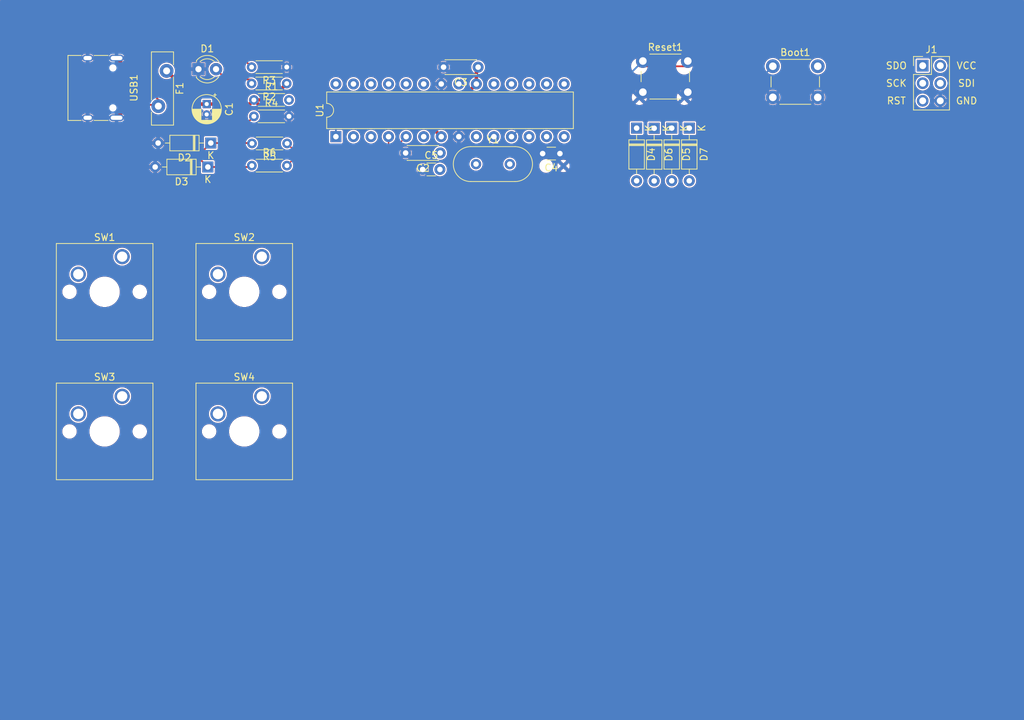
<source format=kicad_pcb>
(kicad_pcb (version 20171130) (host pcbnew "(5.1.6-0-10_14)")
  (layers (0 F.Cu signal) (31 B.Cu signal) (34 B.Paste user) (35 F.Paste user) (36 B.SilkS user) (37 F.SilkS user) (38 B.Mask user) (39 F.Mask user) (44 Edge.Cuts user))
  (net 0 "")
  (net 1 Boot)
  (net 2 GND)
  (net 3 +5V)
  (net 4 "Net-(C4-Pad2)")
  (net 5 "Net-(C5-Pad2)")
  (net 6 "Net-(D1-Pad2)")
  (net 7 "Net-(D2-Pad1)")
  (net 8 "Net-(D3-Pad1)")
  (net 9 "Net-(D4-Pad2)")
  (net 10 Row0)
  (net 11 "Net-(D5-Pad2)")
  (net 12 Row1)
  (net 13 "Net-(D6-Pad2)")
  (net 14 "Net-(D7-Pad2)")
  (net 15 "Net-(F1-Pad2)")
  (net 16 Reset)
  (net 17 "Net-(R3-Pad2)")
  (net 18 D+)
  (net 19 D-)
  (net 20 Col0)
  (net 21 Col1)
  (net 22 "Net-(U1-Pad28)")
  (net 23 "Net-(U1-Pad14)")
  (net 24 "Net-(U1-Pad27)")
  (net 25 "Net-(U1-Pad13)")
  (net 26 "Net-(U1-Pad12)")
  (net 27 "Net-(U1-Pad21)")
  (net 28 "Net-(U1-Pad6)")
  (net 29 "Net-(U1-Pad3)")
  (net 30 "Net-(U1-Pad16)")
  (net 31 "Net-(U1-Pad2)")
  (net 32 "Net-(U1-Pad15)")
  (net 33 SDI)
  (net 34 SCK)
  (net 35 SDO)
  (net 36 "Net-(R4-Pad1)")
  (net 37 "Net-(USB1-PadB8)")
  (net 38 "Net-(USB1-PadA8)")
  (module Package_DIP:DIP-28_W7.62mm (layer F.Cu) (at 70.5663 95.4218 90)
    (fp_text reference U1 (at 3.81 -2.33 90) (layer F.SilkS))
    (fp_text value ATmega328P-PU)
    (fp_line (start 2.81 -1.33) (end 1.16 -1.33) (layer F.SilkS) (width 0.12))
    (fp_line (start 1.16 -1.33) (end 1.16 34.35) (layer F.SilkS) (width 0.12))
    (fp_line (start 1.16 34.35) (end 6.46 34.35) (layer F.SilkS) (width 0.12))
    (fp_line (start 6.46 34.35) (end 6.46 -1.33) (layer F.SilkS) (width 0.12))
    (fp_line (start 6.46 -1.33) (end 4.81 -1.33) (layer F.SilkS) (width 0.12))
    (fp_arc (start 3.81 -1.33) (end 2.81 -1.33) (angle -180) (layer F.SilkS) (width 0.12))
    (pad 28 thru_hole oval (at 7.62 0 90) (size 1.6 1.6) (drill 0.8) (layers *.Cu *.Mask) (net 22 "Net-(U1-Pad28)"))
    (pad 14 thru_hole oval (at 0 33.02 90) (size 1.6 1.6) (drill 0.8) (layers *.Cu *.Mask) (net 23 "Net-(U1-Pad14)"))
    (pad 27 thru_hole oval (at 7.62 2.54 90) (size 1.6 1.6) (drill 0.8) (layers *.Cu *.Mask) (net 24 "Net-(U1-Pad27)"))
    (pad 13 thru_hole oval (at 0 30.48 90) (size 1.6 1.6) (drill 0.8) (layers *.Cu *.Mask) (net 25 "Net-(U1-Pad13)"))
    (pad 26 thru_hole oval (at 7.62 5.08 90) (size 1.6 1.6) (drill 0.8) (layers *.Cu *.Mask) (net 21 Col1))
    (pad 12 thru_hole oval (at 0 27.94 90) (size 1.6 1.6) (drill 0.8) (layers *.Cu *.Mask) (net 26 "Net-(U1-Pad12)"))
    (pad 25 thru_hole oval (at 7.62 7.62 90) (size 1.6 1.6) (drill 0.8) (layers *.Cu *.Mask) (net 20 Col0))
    (pad 11 thru_hole oval (at 0 25.4 90) (size 1.6 1.6) (drill 0.8) (layers *.Cu *.Mask) (net 1 Boot))
    (pad 24 thru_hole oval (at 7.62 10.16 90) (size 1.6 1.6) (drill 0.8) (layers *.Cu *.Mask) (net 12 Row1))
    (pad 10 thru_hole oval (at 0 22.86 90) (size 1.6 1.6) (drill 0.8) (layers *.Cu *.Mask) (net 4 "Net-(C4-Pad2)"))
    (pad 23 thru_hole oval (at 7.62 12.7 90) (size 1.6 1.6) (drill 0.8) (layers *.Cu *.Mask) (net 10 Row0))
    (pad 9 thru_hole oval (at 0 20.32 90) (size 1.6 1.6) (drill 0.8) (layers *.Cu *.Mask) (net 5 "Net-(C5-Pad2)"))
    (pad 22 thru_hole oval (at 7.62 15.24 90) (size 1.6 1.6) (drill 0.8) (layers *.Cu *.Mask) (net 2 GND))
    (pad 8 thru_hole oval (at 0 17.78 90) (size 1.6 1.6) (drill 0.8) (layers *.Cu *.Mask) (net 2 GND))
    (pad 21 thru_hole oval (at 7.62 17.78 90) (size 1.6 1.6) (drill 0.8) (layers *.Cu *.Mask) (net 27 "Net-(U1-Pad21)"))
    (pad 7 thru_hole oval (at 0 15.24 90) (size 1.6 1.6) (drill 0.8) (layers *.Cu *.Mask) (net 3 +5V))
    (pad 20 thru_hole oval (at 7.62 20.32 90) (size 1.6 1.6) (drill 0.8) (layers *.Cu *.Mask) (net 3 +5V))
    (pad 6 thru_hole oval (at 0 12.7 90) (size 1.6 1.6) (drill 0.8) (layers *.Cu *.Mask) (net 28 "Net-(U1-Pad6)"))
    (pad 19 thru_hole oval (at 7.62 22.86 90) (size 1.6 1.6) (drill 0.8) (layers *.Cu *.Mask) (net 34 SCK))
    (pad 5 thru_hole oval (at 0 10.16 90) (size 1.6 1.6) (drill 0.8) (layers *.Cu *.Mask) (net 19 D-))
    (pad 18 thru_hole oval (at 7.62 25.4 90) (size 1.6 1.6) (drill 0.8) (layers *.Cu *.Mask) (net 35 SDO))
    (pad 4 thru_hole oval (at 0 7.62 90) (size 1.6 1.6) (drill 0.8) (layers *.Cu *.Mask) (net 18 D+))
    (pad 17 thru_hole oval (at 7.62 27.94 90) (size 1.6 1.6) (drill 0.8) (layers *.Cu *.Mask) (net 33 SDI))
    (pad 3 thru_hole oval (at 0 5.08 90) (size 1.6 1.6) (drill 0.8) (layers *.Cu *.Mask) (net 29 "Net-(U1-Pad3)"))
    (pad 16 thru_hole oval (at 7.62 30.48 90) (size 1.6 1.6) (drill 0.8) (layers *.Cu *.Mask) (net 30 "Net-(U1-Pad16)"))
    (pad 2 thru_hole oval (at 0 2.54 90) (size 1.6 1.6) (drill 0.8) (layers *.Cu *.Mask) (net 31 "Net-(U1-Pad2)"))
    (pad 15 thru_hole oval (at 7.62 33.02 90) (size 1.6 1.6) (drill 0.8) (layers *.Cu *.Mask) (net 32 "Net-(U1-Pad15)"))
    (pad 1 thru_hole rect (at 0 0 90) (size 1.6 1.6) (drill 0.8) (layers *.Cu *.Mask) (net 16 Reset))
  )
  (module Fuse:Fuse_Bourns_MF-RG500 (layer F.Cu) (at 46.07814 85.90696 270)
    (fp_text reference F1 (at 2.55 -1.9 90) (layer F.SilkS))
    (fp_text value 100mA)
    (fp_line (start 7.85 -1) (end 7.85 2.2) (layer F.SilkS) (width 0.12))
    (fp_line (start -2.751 -1) (end -2.751 2.2) (layer F.SilkS) (width 0.12))
    (fp_line (start 5.979 2.2) (end 7.85 2.2) (layer F.SilkS) (width 0.12))
    (fp_line (start -2.751 2.2) (end 4.222 2.2) (layer F.SilkS) (width 0.12))
    (fp_line (start 0.879 -1) (end 7.85 -1) (layer F.SilkS) (width 0.12))
    (fp_line (start -2.751 -1) (end -0.879 -1) (layer F.SilkS) (width 0.12))
    (pad 2 thru_hole circle (at 5.1 1.2 270) (size 2.01 2.01) (drill 1.01) (layers *.Cu *.Mask) (net 15 "Net-(F1-Pad2)"))
    (pad 1 thru_hole circle (at 0 0 270) (size 2.01 2.01) (drill 1.01) (layers *.Cu *.Mask) (net 3 +5V))
  )
  (module Resistor_THT:R_Axial_DIN0204_L3.6mm_D1.6mm_P5.08mm_Horizontal (layer F.Cu) (at 58.70339 90.111985)
    (fp_text reference R1 (at 2.54 -1.92) (layer F.SilkS))
    (fp_text value 10k)
    (fp_line (start 0.62 -0.92) (end 4.46 -0.92) (layer F.SilkS) (width 0.12))
    (fp_line (start 0.62 0.92) (end 4.46 0.92) (layer F.SilkS) (width 0.12))
    (pad 2 thru_hole oval (at 5.08 0) (size 1.4 1.4) (drill 0.7) (layers *.Cu *.Mask) (net 16 Reset))
    (pad 1 thru_hole circle (at 0 0) (size 1.4 1.4) (drill 0.7) (layers *.Cu *.Mask) (net 3 +5V))
  )
  (module Charming:USB_C_Receptacle_HRO_TYPE-C-31-M-12 (layer F.Cu) (at 35.706 88.3722 270)
    (fp_text reference USB1 (at 0 -5.645 90) (layer F.SilkS))
    (fp_text value TYPE-C)
    (fp_line (start -4.7 2) (end -4.7 3.9) (layer F.SilkS) (width 0.12))
    (fp_line (start -4.7 -1.9) (end -4.7 0.1) (layer F.SilkS) (width 0.12))
    (fp_line (start 4.7 2) (end 4.7 3.9) (layer F.SilkS) (width 0.12))
    (fp_line (start 4.7 -1.9) (end 4.7 0.1) (layer F.SilkS) (width 0.12))
    (fp_line (start -4.7 3.9) (end 4.7 3.9) (layer F.SilkS) (width 0.12))
    (pad B1 smd rect (at 3.25 -4.045 270) (size 0.6 1.45) (layers F.Cu F.Paste F.Mask) (net 2 GND))
    (pad A1 smd rect (at -3.25 -4.045 270) (size 0.6 1.45) (layers F.Cu F.Paste F.Mask) (net 2 GND))
    (pad A4 smd rect (at -2.45 -4.045 270) (size 0.6 1.45) (layers F.Cu F.Paste F.Mask) (net 15 "Net-(F1-Pad2)"))
    (pad B4 smd rect (at 2.45 -4.045 270) (size 0.6 1.45) (layers F.Cu F.Paste F.Mask) (net 15 "Net-(F1-Pad2)"))
    (pad B8 smd rect (at -1.75 -4.045 270) (size 0.3 1.45) (layers F.Cu F.Paste F.Mask) (net 37 "Net-(USB1-PadB8)"))
    (pad A5 smd rect (at -1.25 -4.045 270) (size 0.3 1.45) (layers F.Cu F.Paste F.Mask) (net 17 "Net-(R3-Pad2)"))
    (pad B7 smd rect (at -0.75 -4.045 270) (size 0.3 1.45) (layers F.Cu F.Paste F.Mask) (net 8 "Net-(D3-Pad1)"))
    (pad A7 smd rect (at 0.25 -4.045 270) (size 0.3 1.45) (layers F.Cu F.Paste F.Mask) (net 8 "Net-(D3-Pad1)"))
    (pad B6 smd rect (at 0.75 -4.045 270) (size 0.3 1.45) (layers F.Cu F.Paste F.Mask) (net 7 "Net-(D2-Pad1)"))
    (pad A8 smd rect (at 1.25 -4.045 270) (size 0.3 1.45) (layers F.Cu F.Paste F.Mask) (net 38 "Net-(USB1-PadA8)"))
    (pad B5 smd rect (at 1.75 -4.045 270) (size 0.3 1.45) (layers F.Cu F.Paste F.Mask) (net 36 "Net-(R4-Pad1)"))
    (pad A6 smd rect (at -0.25 -4.045 270) (size 0.3 1.45) (layers F.Cu F.Paste F.Mask) (net 7 "Net-(D2-Pad1)"))
    (pad S1 thru_hole oval (at 4.32 -3.13 270) (size 1 2.1) (drill oval 0.6 1.7) (layers *.Cu *.Mask) (net 2 GND))
    (pad S1 thru_hole oval (at -4.32 -3.13 270) (size 1 2.1) (drill oval 0.6 1.7) (layers *.Cu *.Mask) (net 2 GND))
    (pad "" np_thru_hole circle (at -2.89 -2.6 270) (size 0.65 0.65) (drill 0.65) (layers *.Cu *.Mask))
    (pad S1 thru_hole oval (at -4.32 1.05 270) (size 1 1.6) (drill oval 0.6 1.2) (layers *.Cu *.Mask) (net 2 GND))
    (pad "" np_thru_hole circle (at 2.89 -2.6 270) (size 0.65 0.65) (drill 0.65) (layers *.Cu *.Mask))
    (pad S1 thru_hole oval (at 4.32 1.05 270) (size 1 1.6) (drill oval 0.6 1.2) (layers *.Cu *.Mask) (net 2 GND))
  )
  (module Charming:AVRISP (layer F.Cu) (at 155.453 85.1551)
    (fp_text reference J1 (at 1.27 -2.33) (layer F.SilkS))
    (fp_text value "AVR ISP")
    (fp_line (start -1.33 6.41) (end 3.87 6.41) (layer F.SilkS) (width 0.12))
    (fp_line (start -1.33 1.27) (end -1.33 6.41) (layer F.SilkS) (width 0.12))
    (fp_line (start 3.87 -1.33) (end 3.87 6.41) (layer F.SilkS) (width 0.12))
    (fp_line (start -1.33 1.27) (end 1.27 1.27) (layer F.SilkS) (width 0.12))
    (fp_line (start 1.27 1.27) (end 1.27 -1.33) (layer F.SilkS) (width 0.12))
    (fp_line (start 1.27 -1.33) (end 3.87 -1.33) (layer F.SilkS) (width 0.12))
    (fp_line (start -1.33 0) (end -1.33 -1.33) (layer F.SilkS) (width 0.12))
    (fp_line (start -1.33 -1.33) (end 0 -1.33) (layer F.SilkS) (width 0.12))
    (fp_text user GND (at 6.35 5.08) (layer F.SilkS))
    (fp_text user SDI (at 6.35 2.54) (layer F.SilkS))
    (fp_text user VCC (at 6.35 0) (layer F.SilkS))
    (fp_text user RST (at -3.81 5.08) (layer F.SilkS))
    (fp_text user SCK (at -3.81 2.54) (layer F.SilkS))
    (fp_text user SDO (at -3.81 0) (layer F.SilkS))
    (pad 6 thru_hole oval (at 2.54 5.08) (size 1.7 1.7) (drill 1) (layers *.Cu *.Mask) (net 2 GND))
    (pad 5 thru_hole oval (at 0 5.08) (size 1.7 1.7) (drill 1) (layers *.Cu *.Mask) (net 16 Reset))
    (pad 4 thru_hole oval (at 2.54 2.54) (size 1.7 1.7) (drill 1) (layers *.Cu *.Mask) (net 33 SDI))
    (pad 3 thru_hole oval (at 0 2.54) (size 1.7 1.7) (drill 1) (layers *.Cu *.Mask) (net 34 SCK))
    (pad 2 thru_hole oval (at 2.54 0) (size 1.7 1.7) (drill 1) (layers *.Cu *.Mask) (net 3 +5V))
    (pad 1 thru_hole rect (at 0 0) (size 1.7 1.7) (drill 1) (layers *.Cu *.Mask) (net 35 SDO))
  )
  (module Resistor_THT:R_Axial_DIN0204_L3.6mm_D1.6mm_P5.08mm_Horizontal (layer F.Cu) (at 58.406515 99.611985)
    (fp_text reference R6 (at 2.54 -1.92) (layer F.SilkS))
    (fp_text value 75)
    (fp_line (start 0.62 -0.92) (end 4.46 -0.92) (layer F.SilkS) (width 0.12))
    (fp_line (start 0.62 0.92) (end 4.46 0.92) (layer F.SilkS) (width 0.12))
    (pad 2 thru_hole oval (at 5.08 0) (size 1.4 1.4) (drill 0.7) (layers *.Cu *.Mask) (net 19 D-))
    (pad 1 thru_hole circle (at 0 0) (size 1.4 1.4) (drill 0.7) (layers *.Cu *.Mask) (net 8 "Net-(D3-Pad1)"))
  )
  (module Diode_THT:D_DO-35_SOD27_P7.62mm_Horizontal (layer F.Cu) (at 121.689 94.1883 270)
    (fp_text reference D7 (at 3.81 -2.12 90) (layer F.SilkS))
    (fp_text value D)
    (fp_line (start 1.69 -1.12) (end 1.69 1.12) (layer F.SilkS) (width 0.12))
    (fp_line (start 1.69 1.12) (end 5.93 1.12) (layer F.SilkS) (width 0.12))
    (fp_line (start 5.93 1.12) (end 5.93 -1.12) (layer F.SilkS) (width 0.12))
    (fp_line (start 5.93 -1.12) (end 1.69 -1.12) (layer F.SilkS) (width 0.12))
    (fp_line (start 1.04 0) (end 1.69 0) (layer F.SilkS) (width 0.12))
    (fp_line (start 6.58 0) (end 5.93 0) (layer F.SilkS) (width 0.12))
    (fp_line (start 2.41 -1.12) (end 2.41 1.12) (layer F.SilkS) (width 0.12))
    (fp_line (start 2.53 -1.12) (end 2.53 1.12) (layer F.SilkS) (width 0.12))
    (fp_line (start 2.29 -1.12) (end 2.29 1.12) (layer F.SilkS) (width 0.12))
    (fp_text user K (at 0 -1.8 90) (layer F.SilkS))
    (pad 2 thru_hole oval (at 7.62 0 270) (size 1.6 1.6) (drill 0.8) (layers *.Cu *.Mask) (net 14 "Net-(D7-Pad2)"))
    (pad 1 thru_hole rect (at 0 0 270) (size 1.6 1.6) (drill 0.8) (layers *.Cu *.Mask) (net 12 Row1))
  )
  (module Button_Switch_Keyboard:SW_Cherry_MX_1.00u_PCB (layer F.Cu) (at 39.6505 112.786)
    (fp_text reference SW1 (at -2.54 -2.794) (layer F.SilkS))
    (fp_text value SW_Push)
    (fp_line (start -9.525 -1.905) (end 4.445 -1.905) (layer F.SilkS) (width 0.12))
    (fp_line (start 4.445 -1.905) (end 4.445 12.065) (layer F.SilkS) (width 0.12))
    (fp_line (start 4.445 12.065) (end -9.525 12.065) (layer F.SilkS) (width 0.12))
    (fp_line (start -9.525 12.065) (end -9.525 -1.905) (layer F.SilkS) (width 0.12))
    (pad "" np_thru_hole circle (at 2.54 5.08) (size 1.7 1.7) (drill 1.7) (layers *.Cu *.Mask))
    (pad "" np_thru_hole circle (at -7.62 5.08) (size 1.7 1.7) (drill 1.7) (layers *.Cu *.Mask))
    (pad "" np_thru_hole circle (at -2.54 5.08) (size 4 4) (drill 4) (layers *.Cu *.Mask))
    (pad 2 thru_hole circle (at -6.35 2.54) (size 2.2 2.2) (drill 1.5) (layers *.Cu *.Mask) (net 9 "Net-(D4-Pad2)"))
    (pad 1 thru_hole circle (at 0 0) (size 2.2 2.2) (drill 1.5) (layers *.Cu *.Mask) (net 20 Col0))
  )
  (module Button_Switch_Keyboard:SW_Cherry_MX_1.00u_PCB (layer F.Cu) (at 59.8505 112.786)
    (fp_text reference SW2 (at -2.54 -2.794) (layer F.SilkS))
    (fp_text value SW_Push)
    (fp_line (start -9.525 -1.905) (end 4.445 -1.905) (layer F.SilkS) (width 0.12))
    (fp_line (start 4.445 -1.905) (end 4.445 12.065) (layer F.SilkS) (width 0.12))
    (fp_line (start 4.445 12.065) (end -9.525 12.065) (layer F.SilkS) (width 0.12))
    (fp_line (start -9.525 12.065) (end -9.525 -1.905) (layer F.SilkS) (width 0.12))
    (pad "" np_thru_hole circle (at 2.54 5.08) (size 1.7 1.7) (drill 1.7) (layers *.Cu *.Mask))
    (pad "" np_thru_hole circle (at -7.62 5.08) (size 1.7 1.7) (drill 1.7) (layers *.Cu *.Mask))
    (pad "" np_thru_hole circle (at -2.54 5.08) (size 4 4) (drill 4) (layers *.Cu *.Mask))
    (pad 2 thru_hole circle (at -6.35 2.54) (size 2.2 2.2) (drill 1.5) (layers *.Cu *.Mask) (net 11 "Net-(D5-Pad2)"))
    (pad 1 thru_hole circle (at 0 0) (size 2.2 2.2) (drill 1.5) (layers *.Cu *.Mask) (net 20 Col0))
  )
  (module Button_Switch_Keyboard:SW_Cherry_MX_1.00u_PCB (layer F.Cu) (at 39.6505 132.986)
    (fp_text reference SW3 (at -2.54 -2.794) (layer F.SilkS))
    (fp_text value SW_Push)
    (fp_line (start -9.525 -1.905) (end 4.445 -1.905) (layer F.SilkS) (width 0.12))
    (fp_line (start 4.445 -1.905) (end 4.445 12.065) (layer F.SilkS) (width 0.12))
    (fp_line (start 4.445 12.065) (end -9.525 12.065) (layer F.SilkS) (width 0.12))
    (fp_line (start -9.525 12.065) (end -9.525 -1.905) (layer F.SilkS) (width 0.12))
    (pad "" np_thru_hole circle (at 2.54 5.08) (size 1.7 1.7) (drill 1.7) (layers *.Cu *.Mask))
    (pad "" np_thru_hole circle (at -7.62 5.08) (size 1.7 1.7) (drill 1.7) (layers *.Cu *.Mask))
    (pad "" np_thru_hole circle (at -2.54 5.08) (size 4 4) (drill 4) (layers *.Cu *.Mask))
    (pad 2 thru_hole circle (at -6.35 2.54) (size 2.2 2.2) (drill 1.5) (layers *.Cu *.Mask) (net 13 "Net-(D6-Pad2)"))
    (pad 1 thru_hole circle (at 0 0) (size 2.2 2.2) (drill 1.5) (layers *.Cu *.Mask) (net 21 Col1))
  )
  (module Button_Switch_Keyboard:SW_Cherry_MX_1.00u_PCB (layer F.Cu) (at 59.8505 132.986)
    (fp_text reference SW4 (at -2.54 -2.794) (layer F.SilkS))
    (fp_text value SW_Push)
    (fp_line (start -9.525 -1.905) (end 4.445 -1.905) (layer F.SilkS) (width 0.12))
    (fp_line (start 4.445 -1.905) (end 4.445 12.065) (layer F.SilkS) (width 0.12))
    (fp_line (start 4.445 12.065) (end -9.525 12.065) (layer F.SilkS) (width 0.12))
    (fp_line (start -9.525 12.065) (end -9.525 -1.905) (layer F.SilkS) (width 0.12))
    (pad "" np_thru_hole circle (at 2.54 5.08) (size 1.7 1.7) (drill 1.7) (layers *.Cu *.Mask))
    (pad "" np_thru_hole circle (at -7.62 5.08) (size 1.7 1.7) (drill 1.7) (layers *.Cu *.Mask))
    (pad "" np_thru_hole circle (at -2.54 5.08) (size 4 4) (drill 4) (layers *.Cu *.Mask))
    (pad 2 thru_hole circle (at -6.35 2.54) (size 2.2 2.2) (drill 1.5) (layers *.Cu *.Mask) (net 14 "Net-(D7-Pad2)"))
    (pad 1 thru_hole circle (at 0 0) (size 2.2 2.2) (drill 1.5) (layers *.Cu *.Mask) (net 21 Col1))
  )
  (module Diode_THT:D_DO-35_SOD27_P7.62mm_Horizontal (layer F.Cu) (at 114.069 94.1883 270)
    (fp_text reference D4 (at 3.81 -2.12 90) (layer F.SilkS))
    (fp_text value D)
    (fp_line (start 1.69 -1.12) (end 1.69 1.12) (layer F.SilkS) (width 0.12))
    (fp_line (start 1.69 1.12) (end 5.93 1.12) (layer F.SilkS) (width 0.12))
    (fp_line (start 5.93 1.12) (end 5.93 -1.12) (layer F.SilkS) (width 0.12))
    (fp_line (start 5.93 -1.12) (end 1.69 -1.12) (layer F.SilkS) (width 0.12))
    (fp_line (start 1.04 0) (end 1.69 0) (layer F.SilkS) (width 0.12))
    (fp_line (start 6.58 0) (end 5.93 0) (layer F.SilkS) (width 0.12))
    (fp_line (start 2.41 -1.12) (end 2.41 1.12) (layer F.SilkS) (width 0.12))
    (fp_line (start 2.53 -1.12) (end 2.53 1.12) (layer F.SilkS) (width 0.12))
    (fp_line (start 2.29 -1.12) (end 2.29 1.12) (layer F.SilkS) (width 0.12))
    (fp_text user K (at 0 -1.8 90) (layer F.SilkS))
    (pad 2 thru_hole oval (at 7.62 0 270) (size 1.6 1.6) (drill 0.8) (layers *.Cu *.Mask) (net 9 "Net-(D4-Pad2)"))
    (pad 1 thru_hole rect (at 0 0 270) (size 1.6 1.6) (drill 0.8) (layers *.Cu *.Mask) (net 10 Row0))
  )
  (module Diode_THT:D_DO-35_SOD27_P7.62mm_Horizontal (layer F.Cu) (at 116.609 94.2083 270)
    (fp_text reference D6 (at 3.81 -2.12 90) (layer F.SilkS))
    (fp_text value D)
    (fp_line (start 1.69 -1.12) (end 1.69 1.12) (layer F.SilkS) (width 0.12))
    (fp_line (start 1.69 1.12) (end 5.93 1.12) (layer F.SilkS) (width 0.12))
    (fp_line (start 5.93 1.12) (end 5.93 -1.12) (layer F.SilkS) (width 0.12))
    (fp_line (start 5.93 -1.12) (end 1.69 -1.12) (layer F.SilkS) (width 0.12))
    (fp_line (start 1.04 0) (end 1.69 0) (layer F.SilkS) (width 0.12))
    (fp_line (start 6.58 0) (end 5.93 0) (layer F.SilkS) (width 0.12))
    (fp_line (start 2.41 -1.12) (end 2.41 1.12) (layer F.SilkS) (width 0.12))
    (fp_line (start 2.53 -1.12) (end 2.53 1.12) (layer F.SilkS) (width 0.12))
    (fp_line (start 2.29 -1.12) (end 2.29 1.12) (layer F.SilkS) (width 0.12))
    (fp_text user K (at 0 -1.8 90) (layer F.SilkS))
    (pad 2 thru_hole oval (at 7.62 0 270) (size 1.6 1.6) (drill 0.8) (layers *.Cu *.Mask) (net 13 "Net-(D6-Pad2)"))
    (pad 1 thru_hole rect (at 0 0 270) (size 1.6 1.6) (drill 0.8) (layers *.Cu *.Mask) (net 10 Row0))
  )
  (module Diode_THT:D_DO-35_SOD27_P7.62mm_Horizontal (layer F.Cu) (at 119.149 94.1883 270)
    (fp_text reference D5 (at 3.81 -2.12 90) (layer F.SilkS))
    (fp_text value D)
    (fp_line (start 1.69 -1.12) (end 1.69 1.12) (layer F.SilkS) (width 0.12))
    (fp_line (start 1.69 1.12) (end 5.93 1.12) (layer F.SilkS) (width 0.12))
    (fp_line (start 5.93 1.12) (end 5.93 -1.12) (layer F.SilkS) (width 0.12))
    (fp_line (start 5.93 -1.12) (end 1.69 -1.12) (layer F.SilkS) (width 0.12))
    (fp_line (start 1.04 0) (end 1.69 0) (layer F.SilkS) (width 0.12))
    (fp_line (start 6.58 0) (end 5.93 0) (layer F.SilkS) (width 0.12))
    (fp_line (start 2.41 -1.12) (end 2.41 1.12) (layer F.SilkS) (width 0.12))
    (fp_line (start 2.53 -1.12) (end 2.53 1.12) (layer F.SilkS) (width 0.12))
    (fp_line (start 2.29 -1.12) (end 2.29 1.12) (layer F.SilkS) (width 0.12))
    (fp_text user K (at 0 -1.8 90) (layer F.SilkS))
    (pad 2 thru_hole oval (at 7.62 0 270) (size 1.6 1.6) (drill 0.8) (layers *.Cu *.Mask) (net 11 "Net-(D5-Pad2)"))
    (pad 1 thru_hole rect (at 0 0 270) (size 1.6 1.6) (drill 0.8) (layers *.Cu *.Mask) (net 12 Row1))
  )
  (module Crystal:Crystal_HC49-4H_Vertical (layer F.Cu) (at 90.8373 99.3928)
    (fp_text reference Y1 (at 2.44 -3.525) (layer F.SilkS))
    (fp_text value 16MHz)
    (fp_line (start -0.76 -2.525) (end 5.64 -2.525) (layer F.SilkS) (width 0.12))
    (fp_line (start -0.76 2.525) (end 5.64 2.525) (layer F.SilkS) (width 0.12))
    (fp_arc (start 5.64 0) (end 5.64 -2.525) (angle 180) (layer F.SilkS) (width 0.12))
    (fp_arc (start -0.76 0) (end -0.76 -2.525) (angle -180) (layer F.SilkS) (width 0.12))
    (pad 2 thru_hole circle (at 4.88 0) (size 1.5 1.5) (drill 0.8) (layers *.Cu *.Mask) (net 4 "Net-(C4-Pad2)"))
    (pad 1 thru_hole circle (at 0 0) (size 1.5 1.5) (drill 0.8) (layers *.Cu *.Mask) (net 5 "Net-(C5-Pad2)"))
  )
  (module Button_Switch_THT:SW_PUSH_6mm (layer F.Cu) (at 114.971 84.482)
    (fp_text reference Reset1 (at 3.25 -2) (layer F.SilkS))
    (fp_text value Reset)
    (fp_line (start 1 5.5) (end 5.5 5.5) (layer F.SilkS) (width 0.12))
    (fp_line (start -0.25 1.5) (end -0.25 3) (layer F.SilkS) (width 0.12))
    (fp_line (start 5.5 -1) (end 1 -1) (layer F.SilkS) (width 0.12))
    (fp_line (start 6.75 3) (end 6.75 1.5) (layer F.SilkS) (width 0.12))
    (pad 1 thru_hole circle (at 6.5 0 90) (size 2 2) (drill 1.1) (layers *.Cu *.Mask) (net 16 Reset))
    (pad 2 thru_hole circle (at 6.5 4.5 90) (size 2 2) (drill 1.1) (layers *.Cu *.Mask) (net 2 GND))
    (pad 1 thru_hole circle (at 0 0 90) (size 2 2) (drill 1.1) (layers *.Cu *.Mask) (net 16 Reset))
    (pad 2 thru_hole circle (at 0 4.5 90) (size 2 2) (drill 1.1) (layers *.Cu *.Mask) (net 2 GND))
  )
  (module Resistor_THT:R_Axial_DIN0204_L3.6mm_D1.6mm_P5.08mm_Horizontal (layer F.Cu) (at 63.508525 96.404375 180)
    (fp_text reference R5 (at 2.54 -1.92) (layer F.SilkS))
    (fp_text value 75)
    (fp_line (start 0.62 -0.92) (end 4.46 -0.92) (layer F.SilkS) (width 0.12))
    (fp_line (start 0.62 0.92) (end 4.46 0.92) (layer F.SilkS) (width 0.12))
    (pad 2 thru_hole oval (at 5.08 0 180) (size 1.4 1.4) (drill 0.7) (layers *.Cu *.Mask) (net 7 "Net-(D2-Pad1)"))
    (pad 1 thru_hole circle (at 0 0 180) (size 1.4 1.4) (drill 0.7) (layers *.Cu *.Mask) (net 18 D+))
  )
  (module Resistor_THT:R_Axial_DIN0204_L3.6mm_D1.6mm_P5.08mm_Horizontal (layer F.Cu) (at 58.70339 92.486985)
    (fp_text reference R4 (at 2.54 -1.92) (layer F.SilkS))
    (fp_text value 5.1K)
    (fp_line (start 0.62 -0.92) (end 4.46 -0.92) (layer F.SilkS) (width 0.12))
    (fp_line (start 0.62 0.92) (end 4.46 0.92) (layer F.SilkS) (width 0.12))
    (pad 2 thru_hole oval (at 5.08 0) (size 1.4 1.4) (drill 0.7) (layers *.Cu *.Mask) (net 2 GND))
    (pad 1 thru_hole circle (at 0 0) (size 1.4 1.4) (drill 0.7) (layers *.Cu *.Mask) (net 36 "Net-(R4-Pad1)"))
  )
  (module Resistor_THT:R_Axial_DIN0204_L3.6mm_D1.6mm_P5.08mm_Horizontal (layer F.Cu) (at 63.45339 85.361985 180)
    (fp_text reference R3 (at 2.54 -1.92) (layer F.SilkS))
    (fp_text value 5.1K)
    (fp_line (start 0.62 -0.92) (end 4.46 -0.92) (layer F.SilkS) (width 0.12))
    (fp_line (start 0.62 0.92) (end 4.46 0.92) (layer F.SilkS) (width 0.12))
    (pad 2 thru_hole oval (at 5.08 0 180) (size 1.4 1.4) (drill 0.7) (layers *.Cu *.Mask) (net 17 "Net-(R3-Pad2)"))
    (pad 1 thru_hole circle (at 0 0 180) (size 1.4 1.4) (drill 0.7) (layers *.Cu *.Mask) (net 2 GND))
  )
  (module Resistor_THT:R_Axial_DIN0204_L3.6mm_D1.6mm_P5.08mm_Horizontal (layer F.Cu) (at 63.45339 87.736985 180)
    (fp_text reference R2 (at 2.54 -1.92) (layer F.SilkS))
    (fp_text value 1.5K)
    (fp_line (start 0.62 -0.92) (end 4.46 -0.92) (layer F.SilkS) (width 0.12))
    (fp_line (start 0.62 0.92) (end 4.46 0.92) (layer F.SilkS) (width 0.12))
    (pad 2 thru_hole oval (at 5.08 0 180) (size 1.4 1.4) (drill 0.7) (layers *.Cu *.Mask) (net 6 "Net-(D1-Pad2)"))
    (pad 1 thru_hole circle (at 0 0 180) (size 1.4 1.4) (drill 0.7) (layers *.Cu *.Mask) (net 3 +5V))
  )
  (module Diode_THT:D_DO-35_SOD27_P7.62mm_Horizontal (layer F.Cu) (at 52.042265 99.811985 180)
    (fp_text reference D3 (at 3.81 -2.12) (layer F.SilkS))
    (fp_text value 3.6V)
    (fp_line (start 1.69 -1.12) (end 1.69 1.12) (layer F.SilkS) (width 0.12))
    (fp_line (start 1.69 1.12) (end 5.93 1.12) (layer F.SilkS) (width 0.12))
    (fp_line (start 5.93 1.12) (end 5.93 -1.12) (layer F.SilkS) (width 0.12))
    (fp_line (start 5.93 -1.12) (end 1.69 -1.12) (layer F.SilkS) (width 0.12))
    (fp_line (start 1.04 0) (end 1.69 0) (layer F.SilkS) (width 0.12))
    (fp_line (start 6.58 0) (end 5.93 0) (layer F.SilkS) (width 0.12))
    (fp_line (start 2.41 -1.12) (end 2.41 1.12) (layer F.SilkS) (width 0.12))
    (fp_line (start 2.53 -1.12) (end 2.53 1.12) (layer F.SilkS) (width 0.12))
    (fp_line (start 2.29 -1.12) (end 2.29 1.12) (layer F.SilkS) (width 0.12))
    (fp_text user K (at 0 -1.8) (layer F.SilkS))
    (pad 2 thru_hole oval (at 7.62 0 180) (size 1.6 1.6) (drill 0.8) (layers *.Cu *.Mask) (net 2 GND))
    (pad 1 thru_hole rect (at 0 0 180) (size 1.6 1.6) (drill 0.8) (layers *.Cu *.Mask) (net 8 "Net-(D3-Pad1)"))
  )
  (module Diode_THT:D_DO-35_SOD27_P7.62mm_Horizontal (layer F.Cu) (at 52.469015 96.34636 180)
    (fp_text reference D2 (at 3.81 -2.12) (layer F.SilkS))
    (fp_text value 3.6V)
    (fp_line (start 1.69 -1.12) (end 1.69 1.12) (layer F.SilkS) (width 0.12))
    (fp_line (start 1.69 1.12) (end 5.93 1.12) (layer F.SilkS) (width 0.12))
    (fp_line (start 5.93 1.12) (end 5.93 -1.12) (layer F.SilkS) (width 0.12))
    (fp_line (start 5.93 -1.12) (end 1.69 -1.12) (layer F.SilkS) (width 0.12))
    (fp_line (start 1.04 0) (end 1.69 0) (layer F.SilkS) (width 0.12))
    (fp_line (start 6.58 0) (end 5.93 0) (layer F.SilkS) (width 0.12))
    (fp_line (start 2.41 -1.12) (end 2.41 1.12) (layer F.SilkS) (width 0.12))
    (fp_line (start 2.53 -1.12) (end 2.53 1.12) (layer F.SilkS) (width 0.12))
    (fp_line (start 2.29 -1.12) (end 2.29 1.12) (layer F.SilkS) (width 0.12))
    (fp_text user K (at 0 -1.8) (layer F.SilkS))
    (pad 2 thru_hole oval (at 7.62 0 180) (size 1.6 1.6) (drill 0.8) (layers *.Cu *.Mask) (net 2 GND))
    (pad 1 thru_hole rect (at 0 0 180) (size 1.6 1.6) (drill 0.8) (layers *.Cu *.Mask) (net 7 "Net-(D2-Pad1)"))
  )
  (module LED_THT:LED_D3.0mm (layer F.Cu) (at 50.687765 85.65886)
    (fp_text reference D1 (at 1.27 -2.96) (layer F.SilkS))
    (fp_text value LED)
    (fp_line (start -0.29 -1.236) (end -0.29 -1.08) (layer F.SilkS) (width 0.12))
    (fp_line (start -0.29 1.08) (end -0.29 1.236) (layer F.SilkS) (width 0.12))
    (fp_arc (start 1.27 0) (end 0.229039 1.08) (angle -87.9) (layer F.SilkS) (width 0.12))
    (fp_arc (start 1.27 0) (end 0.229039 -1.08) (angle 87.9) (layer F.SilkS) (width 0.12))
    (fp_arc (start 1.27 0) (end -0.29 1.235516) (angle -108.8) (layer F.SilkS) (width 0.12))
    (fp_arc (start 1.27 0) (end -0.29 -1.235516) (angle 108.8) (layer F.SilkS) (width 0.12))
    (pad 2 thru_hole circle (at 2.54 0) (size 1.8 1.8) (drill 0.9) (layers *.Cu *.Mask) (net 6 "Net-(D1-Pad2)"))
    (pad 1 thru_hole rect (at 0 0) (size 1.8 1.8) (drill 0.9) (layers *.Cu *.Mask) (net 2 GND))
  )
  (module Capacitor_THT:C_Disc_D3.0mm_W1.6mm_P2.50mm (layer F.Cu) (at 83.1139 100.167)
    (fp_text reference C5 (at 1.25 -2.05) (layer F.SilkS))
    (fp_text value 22pf)
    (fp_line (start 0.621 -0.92) (end 1.879 -0.92) (layer F.SilkS) (width 0.12))
    (fp_line (start 0.621 0.92) (end 1.879 0.92) (layer F.SilkS) (width 0.12))
    (pad 2 thru_hole circle (at 2.5 0) (size 1.6 1.6) (drill 0.8) (layers *.Cu *.Mask) (net 5 "Net-(C5-Pad2)"))
    (pad 1 thru_hole circle (at 0 0) (size 1.6 1.6) (drill 0.8) (layers *.Cu *.Mask) (net 2 GND))
  )
  (module Capacitor_THT:C_Disc_D3.0mm_W1.6mm_P2.50mm (layer F.Cu) (at 102.97414 97.87036 180)
    (fp_text reference C4 (at 1.25 -2.05) (layer F.SilkS))
    (fp_text value 22pf)
    (fp_line (start 0.621 -0.92) (end 1.879 -0.92) (layer F.SilkS) (width 0.12))
    (fp_line (start 0.621 0.92) (end 1.879 0.92) (layer F.SilkS) (width 0.12))
    (pad 2 thru_hole circle (at 2.5 0 180) (size 1.6 1.6) (drill 0.8) (layers *.Cu *.Mask) (net 4 "Net-(C4-Pad2)"))
    (pad 1 thru_hole circle (at 0 0 180) (size 1.6 1.6) (drill 0.8) (layers *.Cu *.Mask) (net 2 GND))
  )
  (module Capacitor_THT:C_Disc_D4.3mm_W1.9mm_P5.00mm (layer F.Cu) (at 91.1403 85.3694 180)
    (fp_text reference C3 (at 2.5 -2.2) (layer F.SilkS))
    (fp_text value 0.1u)
    (fp_line (start 0.23 -1.07) (end 4.77 -1.07) (layer F.SilkS) (width 0.12))
    (fp_line (start 0.23 1.07) (end 4.77 1.07) (layer F.SilkS) (width 0.12))
    (fp_line (start 0.23 -1.07) (end 0.23 -1.055) (layer F.SilkS) (width 0.12))
    (fp_line (start 0.23 1.055) (end 0.23 1.07) (layer F.SilkS) (width 0.12))
    (fp_line (start 4.77 -1.07) (end 4.77 -1.055) (layer F.SilkS) (width 0.12))
    (fp_line (start 4.77 1.055) (end 4.77 1.07) (layer F.SilkS) (width 0.12))
    (pad 2 thru_hole circle (at 5 0 180) (size 1.6 1.6) (drill 0.8) (layers *.Cu *.Mask) (net 2 GND))
    (pad 1 thru_hole circle (at 0 0 180) (size 1.6 1.6) (drill 0.8) (layers *.Cu *.Mask) (net 3 +5V))
  )
  (module Capacitor_THT:C_Disc_D4.3mm_W1.9mm_P5.00mm (layer F.Cu) (at 85.6539 97.7824 180)
    (fp_text reference C2 (at 2.5 -2.2) (layer F.SilkS))
    (fp_text value 0.1u)
    (fp_line (start 0.23 -1.07) (end 4.77 -1.07) (layer F.SilkS) (width 0.12))
    (fp_line (start 0.23 1.07) (end 4.77 1.07) (layer F.SilkS) (width 0.12))
    (fp_line (start 0.23 -1.07) (end 0.23 -1.055) (layer F.SilkS) (width 0.12))
    (fp_line (start 0.23 1.055) (end 0.23 1.07) (layer F.SilkS) (width 0.12))
    (fp_line (start 4.77 -1.07) (end 4.77 -1.055) (layer F.SilkS) (width 0.12))
    (fp_line (start 4.77 1.055) (end 4.77 1.07) (layer F.SilkS) (width 0.12))
    (pad 2 thru_hole circle (at 5 0 180) (size 1.6 1.6) (drill 0.8) (layers *.Cu *.Mask) (net 2 GND))
    (pad 1 thru_hole circle (at 0 0 180) (size 1.6 1.6) (drill 0.8) (layers *.Cu *.Mask) (net 3 +5V))
  )
  (module Capacitor_THT:CP_Radial_D4.0mm_P1.50mm (layer F.Cu) (at 51.875265 90.705735 270)
    (fp_text reference C1 (at 0.75 -3.25 90) (layer F.SilkS))
    (fp_text value 4.7u)
    (fp_circle (center 0.75 0) (end 2.87 0) (layer F.SilkS) (width 0.12))
    (fp_line (start 0.75 0.84) (end 0.75 2.08) (layer F.SilkS) (width 0.12))
    (fp_line (start 0.75 -2.08) (end 0.75 -0.84) (layer F.SilkS) (width 0.12))
    (fp_line (start 0.79 0.84) (end 0.79 2.08) (layer F.SilkS) (width 0.12))
    (fp_line (start 0.79 -2.08) (end 0.79 -0.84) (layer F.SilkS) (width 0.12))
    (fp_line (start 0.83 0.84) (end 0.83 2.079) (layer F.SilkS) (width 0.12))
    (fp_line (start 0.83 -2.079) (end 0.83 -0.84) (layer F.SilkS) (width 0.12))
    (fp_line (start 0.87 -2.077) (end 0.87 -0.84) (layer F.SilkS) (width 0.12))
    (fp_line (start 0.87 0.84) (end 0.87 2.077) (layer F.SilkS) (width 0.12))
    (fp_line (start 0.91 -2.074) (end 0.91 -0.84) (layer F.SilkS) (width 0.12))
    (fp_line (start 0.91 0.84) (end 0.91 2.074) (layer F.SilkS) (width 0.12))
    (fp_line (start 0.95 -2.071) (end 0.95 -0.84) (layer F.SilkS) (width 0.12))
    (fp_line (start 0.95 0.84) (end 0.95 2.071) (layer F.SilkS) (width 0.12))
    (fp_line (start 0.99 -2.067) (end 0.99 -0.84) (layer F.SilkS) (width 0.12))
    (fp_line (start 0.99 0.84) (end 0.99 2.067) (layer F.SilkS) (width 0.12))
    (fp_line (start 1.03 -2.062) (end 1.03 -0.84) (layer F.SilkS) (width 0.12))
    (fp_line (start 1.03 0.84) (end 1.03 2.062) (layer F.SilkS) (width 0.12))
    (fp_line (start 1.07 -2.056) (end 1.07 -0.84) (layer F.SilkS) (width 0.12))
    (fp_line (start 1.07 0.84) (end 1.07 2.056) (layer F.SilkS) (width 0.12))
    (fp_line (start 1.11 -2.05) (end 1.11 -0.84) (layer F.SilkS) (width 0.12))
    (fp_line (start 1.11 0.84) (end 1.11 2.05) (layer F.SilkS) (width 0.12))
    (fp_line (start 1.15 -2.042) (end 1.15 -0.84) (layer F.SilkS) (width 0.12))
    (fp_line (start 1.15 0.84) (end 1.15 2.042) (layer F.SilkS) (width 0.12))
    (fp_line (start 1.19 -2.034) (end 1.19 -0.84) (layer F.SilkS) (width 0.12))
    (fp_line (start 1.19 0.84) (end 1.19 2.034) (layer F.SilkS) (width 0.12))
    (fp_line (start 1.23 -2.025) (end 1.23 -0.84) (layer F.SilkS) (width 0.12))
    (fp_line (start 1.23 0.84) (end 1.23 2.025) (layer F.SilkS) (width 0.12))
    (fp_line (start 1.27 -2.016) (end 1.27 -0.84) (layer F.SilkS) (width 0.12))
    (fp_line (start 1.27 0.84) (end 1.27 2.016) (layer F.SilkS) (width 0.12))
    (fp_line (start 1.31 -2.005) (end 1.31 -0.84) (layer F.SilkS) (width 0.12))
    (fp_line (start 1.31 0.84) (end 1.31 2.005) (layer F.SilkS) (width 0.12))
    (fp_line (start 1.35 -1.994) (end 1.35 -0.84) (layer F.SilkS) (width 0.12))
    (fp_line (start 1.35 0.84) (end 1.35 1.994) (layer F.SilkS) (width 0.12))
    (fp_line (start 1.39 -1.982) (end 1.39 -0.84) (layer F.SilkS) (width 0.12))
    (fp_line (start 1.39 0.84) (end 1.39 1.982) (layer F.SilkS) (width 0.12))
    (fp_line (start 1.43 -1.968) (end 1.43 -0.84) (layer F.SilkS) (width 0.12))
    (fp_line (start 1.43 0.84) (end 1.43 1.968) (layer F.SilkS) (width 0.12))
    (fp_line (start 1.471 -1.954) (end 1.471 -0.84) (layer F.SilkS) (width 0.12))
    (fp_line (start 1.471 0.84) (end 1.471 1.954) (layer F.SilkS) (width 0.12))
    (fp_line (start 1.511 -1.94) (end 1.511 -0.84) (layer F.SilkS) (width 0.12))
    (fp_line (start 1.511 0.84) (end 1.511 1.94) (layer F.SilkS) (width 0.12))
    (fp_line (start 1.551 -1.924) (end 1.551 -0.84) (layer F.SilkS) (width 0.12))
    (fp_line (start 1.551 0.84) (end 1.551 1.924) (layer F.SilkS) (width 0.12))
    (fp_line (start 1.591 -1.907) (end 1.591 -0.84) (layer F.SilkS) (width 0.12))
    (fp_line (start 1.591 0.84) (end 1.591 1.907) (layer F.SilkS) (width 0.12))
    (fp_line (start 1.631 -1.889) (end 1.631 -0.84) (layer F.SilkS) (width 0.12))
    (fp_line (start 1.631 0.84) (end 1.631 1.889) (layer F.SilkS) (width 0.12))
    (fp_line (start 1.671 -1.87) (end 1.671 -0.84) (layer F.SilkS) (width 0.12))
    (fp_line (start 1.671 0.84) (end 1.671 1.87) (layer F.SilkS) (width 0.12))
    (fp_line (start 1.711 -1.851) (end 1.711 -0.84) (layer F.SilkS) (width 0.12))
    (fp_line (start 1.711 0.84) (end 1.711 1.851) (layer F.SilkS) (width 0.12))
    (fp_line (start 1.751 -1.83) (end 1.751 -0.84) (layer F.SilkS) (width 0.12))
    (fp_line (start 1.751 0.84) (end 1.751 1.83) (layer F.SilkS) (width 0.12))
    (fp_line (start 1.791 -1.808) (end 1.791 -0.84) (layer F.SilkS) (width 0.12))
    (fp_line (start 1.791 0.84) (end 1.791 1.808) (layer F.SilkS) (width 0.12))
    (fp_line (start 1.831 -1.785) (end 1.831 -0.84) (layer F.SilkS) (width 0.12))
    (fp_line (start 1.831 0.84) (end 1.831 1.785) (layer F.SilkS) (width 0.12))
    (fp_line (start 1.871 -1.76) (end 1.871 -0.84) (layer F.SilkS) (width 0.12))
    (fp_line (start 1.871 0.84) (end 1.871 1.76) (layer F.SilkS) (width 0.12))
    (fp_line (start 1.911 -1.735) (end 1.911 -0.84) (layer F.SilkS) (width 0.12))
    (fp_line (start 1.911 0.84) (end 1.911 1.735) (layer F.SilkS) (width 0.12))
    (fp_line (start 1.951 -1.708) (end 1.951 -0.84) (layer F.SilkS) (width 0.12))
    (fp_line (start 1.951 0.84) (end 1.951 1.708) (layer F.SilkS) (width 0.12))
    (fp_line (start 1.991 -1.68) (end 1.991 -0.84) (layer F.SilkS) (width 0.12))
    (fp_line (start 1.991 0.84) (end 1.991 1.68) (layer F.SilkS) (width 0.12))
    (fp_line (start 2.031 -1.65) (end 2.031 -0.84) (layer F.SilkS) (width 0.12))
    (fp_line (start 2.031 0.84) (end 2.031 1.65) (layer F.SilkS) (width 0.12))
    (fp_line (start 2.071 -1.619) (end 2.071 -0.84) (layer F.SilkS) (width 0.12))
    (fp_line (start 2.071 0.84) (end 2.071 1.619) (layer F.SilkS) (width 0.12))
    (fp_line (start 2.111 -1.587) (end 2.111 -0.84) (layer F.SilkS) (width 0.12))
    (fp_line (start 2.111 0.84) (end 2.111 1.587) (layer F.SilkS) (width 0.12))
    (fp_line (start 2.151 -1.552) (end 2.151 -0.84) (layer F.SilkS) (width 0.12))
    (fp_line (start 2.151 0.84) (end 2.151 1.552) (layer F.SilkS) (width 0.12))
    (fp_line (start 2.191 -1.516) (end 2.191 -0.84) (layer F.SilkS) (width 0.12))
    (fp_line (start 2.191 0.84) (end 2.191 1.516) (layer F.SilkS) (width 0.12))
    (fp_line (start 2.231 -1.478) (end 2.231 -0.84) (layer F.SilkS) (width 0.12))
    (fp_line (start 2.231 0.84) (end 2.231 1.478) (layer F.SilkS) (width 0.12))
    (fp_line (start 2.271 -1.438) (end 2.271 -0.84) (layer F.SilkS) (width 0.12))
    (fp_line (start 2.271 0.84) (end 2.271 1.438) (layer F.SilkS) (width 0.12))
    (fp_line (start 2.311 -1.396) (end 2.311 -0.84) (layer F.SilkS) (width 0.12))
    (fp_line (start 2.311 0.84) (end 2.311 1.396) (layer F.SilkS) (width 0.12))
    (fp_line (start 2.351 -1.351) (end 2.351 1.351) (layer F.SilkS) (width 0.12))
    (fp_line (start 2.391 -1.304) (end 2.391 1.304) (layer F.SilkS) (width 0.12))
    (fp_line (start 2.431 -1.254) (end 2.431 1.254) (layer F.SilkS) (width 0.12))
    (fp_line (start 2.471 -1.2) (end 2.471 1.2) (layer F.SilkS) (width 0.12))
    (fp_line (start 2.511 -1.142) (end 2.511 1.142) (layer F.SilkS) (width 0.12))
    (fp_line (start 2.551 -1.08) (end 2.551 1.08) (layer F.SilkS) (width 0.12))
    (fp_line (start 2.591 -1.013) (end 2.591 1.013) (layer F.SilkS) (width 0.12))
    (fp_line (start 2.631 -0.94) (end 2.631 0.94) (layer F.SilkS) (width 0.12))
    (fp_line (start 2.671 -0.859) (end 2.671 0.859) (layer F.SilkS) (width 0.12))
    (fp_line (start 2.711 -0.768) (end 2.711 0.768) (layer F.SilkS) (width 0.12))
    (fp_line (start 2.751 -0.664) (end 2.751 0.664) (layer F.SilkS) (width 0.12))
    (fp_line (start 2.791 -0.537) (end 2.791 0.537) (layer F.SilkS) (width 0.12))
    (fp_line (start 2.831 -0.37) (end 2.831 0.37) (layer F.SilkS) (width 0.12))
    (fp_line (start -1.519801 -1.195) (end -1.119801 -1.195) (layer F.SilkS) (width 0.12))
    (fp_line (start -1.319801 -1.395) (end -1.319801 -0.995) (layer F.SilkS) (width 0.12))
    (pad 2 thru_hole circle (at 1.5 0 270) (size 1.2 1.2) (drill 0.6) (layers *.Cu *.Mask) (net 2 GND))
    (pad 1 thru_hole rect (at 0 0 270) (size 1.2 1.2) (drill 0.6) (layers *.Cu *.Mask) (net 3 +5V))
  )
  (module Button_Switch_THT:SW_PUSH_6mm (layer F.Cu) (at 133.772 85.2389)
    (fp_text reference Boot1 (at 3.25 -2) (layer F.SilkS))
    (fp_text value Boot)
    (fp_line (start 1 5.5) (end 5.5 5.5) (layer F.SilkS) (width 0.12))
    (fp_line (start -0.25 1.5) (end -0.25 3) (layer F.SilkS) (width 0.12))
    (fp_line (start 5.5 -1) (end 1 -1) (layer F.SilkS) (width 0.12))
    (fp_line (start 6.75 3) (end 6.75 1.5) (layer F.SilkS) (width 0.12))
    (pad 1 thru_hole circle (at 6.5 0 90) (size 2 2) (drill 1.1) (layers *.Cu *.Mask) (net 1 Boot))
    (pad 2 thru_hole circle (at 6.5 4.5 90) (size 2 2) (drill 1.1) (layers *.Cu *.Mask) (net 2 GND))
    (pad 1 thru_hole circle (at 0 0 90) (size 2 2) (drill 1.1) (layers *.Cu *.Mask) (net 1 Boot))
    (pad 2 thru_hole circle (at 0 4.5 90) (size 2 2) (drill 1.1) (layers *.Cu *.Mask) (net 2 GND))
  )
  (segment (start 97.091301 94.296799) (end 95.9663 95.4218) (width 0.25) (layer B.Cu) (net 1))
  (segment (start 106.039701 94.296799) (end 97.091301 94.296799) (width 0.25) (layer B.Cu) (net 1))
  (segment (start 108.56214 91.77436) (end 106.039701 94.296799) (width 0.25) (layer B.Cu) (net 1))
  (segment (start 127.23654 91.77436) (end 108.56214 91.77436) (width 0.25) (layer B.Cu) (net 1))
  (segment (start 133.772 85.2389) (end 127.23654 91.77436) (width 0.25) (layer B.Cu) (net 1))
  (segment (start 39.751 91.6222) (end 39.751 91.7772) (width 0.5) (layer F.Cu) (net 2))
  (segment (start 39.751 91.7772) (end 38.836 92.6922) (width 0.5) (layer F.Cu) (net 2))
  (segment (start 39.751 85.1222) (end 39.751 84.9672) (width 0.5) (layer F.Cu) (net 2))
  (segment (start 39.751 84.9672) (end 38.836 84.0522) (width 0.5) (layer F.Cu) (net 2))
  (segment (start 58.70339 90.111985) (end 61.07839 90.111985) (width 0.5) (layer F.Cu) (net 3))
  (segment (start 61.07839 90.111985) (end 63.45339 87.736985) (width 0.5) (layer F.Cu) (net 3))
  (segment (start 51.875265 90.705735) (end 58.10964 90.705735) (width 0.5) (layer F.Cu) (net 3))
  (segment (start 58.10964 90.705735) (end 58.70339 90.111985) (width 0.5) (layer F.Cu) (net 3))
  (segment (start 51.57839 91.00261) (end 51.281515 90.705735) (width 0.5) (layer F.Cu) (net 3))
  (segment (start 50.876915 90.705735) (end 51.875265 90.705735) (width 0.5) (layer F.Cu) (net 3))
  (segment (start 46.07814 85.90696) (end 50.876915 90.705735) (width 0.5) (layer F.Cu) (net 3))
  (segment (start 87.426114 91.261986) (end 90.8863 87.8018) (width 0.5) (layer F.Cu) (net 3))
  (segment (start 81.646486 91.261986) (end 87.426114 91.261986) (width 0.5) (layer F.Cu) (net 3))
  (segment (start 81.646486 91.261986) (end 85.8063 95.4218) (width 0.5) (layer F.Cu) (net 3))
  (segment (start 59.853391 91.261986) (end 82.395766 91.261986) (width 0.5) (layer F.Cu) (net 3))
  (segment (start 58.70339 90.111985) (end 59.853391 91.261986) (width 0.5) (layer F.Cu) (net 3))
  (segment (start 90.8863 85.6234) (end 91.1403 85.3694) (width 0.5) (layer F.Cu) (net 3))
  (segment (start 90.8863 87.8018) (end 90.8863 85.6234) (width 0.5) (layer F.Cu) (net 3))
  (segment (start 58.37339 87.143235) (end 54.71214 87.143235) (width 0.25) (layer F.Cu) (net 6))
  (segment (start 54.71214 87.143235) (end 53.227765 85.65886) (width 0.25) (layer F.Cu) (net 6))
  (segment (start 52.469015 96.34636) (end 58.37051 96.34636) (width 0.25) (layer F.Cu) (net 7))
  (segment (start 37.010981 93.220331) (end 41.262011 97.471361) (width 0.25) (layer F.Cu) (net 7))
  (segment (start 58.37051 96.34636) (end 58.428525 96.404375) (width 0.25) (layer F.Cu) (net 7))
  (segment (start 37.01098 89.902218) (end 37.010981 93.220331) (width 0.25) (layer F.Cu) (net 7))
  (segment (start 39.751 88.1222) (end 38.790998 88.1222) (width 0.25) (layer F.Cu) (net 7))
  (segment (start 41.262011 97.471361) (end 51.344014 97.471361) (width 0.25) (layer F.Cu) (net 7))
  (segment (start 51.344014 97.471361) (end 52.469015 96.34636) (width 0.25) (layer F.Cu) (net 7))
  (segment (start 37.790998 89.1222) (end 37.213239 89.699959) (width 0.25) (layer F.Cu) (net 7))
  (segment (start 38.790998 88.1222) (end 37.213239 89.699959) (width 0.25) (layer F.Cu) (net 7))
  (segment (start 39.751 89.1222) (end 37.790998 89.1222) (width 0.25) (layer F.Cu) (net 7))
  (segment (start 37.213239 89.699959) (end 37.01098 89.902218) (width 0.25) (layer F.Cu) (net 7))
  (segment (start 58.206515 99.811985) (end 58.406515 99.611985) (width 0.25) (layer F.Cu) (net 8))
  (segment (start 52.042265 99.811985) (end 58.206515 99.811985) (width 0.25) (layer F.Cu) (net 8))
  (segment (start 39.751 88.6222) (end 40.726 88.6222) (width 0.25) (layer F.Cu) (net 8))
  (segment (start 40.711002 87.6222) (end 39.751 87.6222) (width 0.25) (layer F.Cu) (net 8))
  (segment (start 40.726 88.6222) (end 40.801001 88.547199) (width 0.25) (layer F.Cu) (net 8))
  (segment (start 40.801001 87.712199) (end 40.711002 87.6222) (width 0.25) (layer F.Cu) (net 8))
  (segment (start 40.801001 88.547199) (end 40.801001 87.712199) (width 0.25) (layer F.Cu) (net 8))
  (segment (start 38.654588 87.6222) (end 36.560971 89.715819) (width 0.25) (layer F.Cu) (net 8))
  (segment (start 36.560971 89.715819) (end 36.560972 93.406732) (width 0.25) (layer F.Cu) (net 8))
  (segment (start 39.751 87.6222) (end 38.654588 87.6222) (width 0.25) (layer F.Cu) (net 8))
  (segment (start 41.841224 98.686984) (end 50.917264 98.686984) (width 0.25) (layer F.Cu) (net 8))
  (segment (start 50.917264 98.686984) (end 52.042265 99.811985) (width 0.25) (layer F.Cu) (net 8))
  (segment (start 36.560972 93.406732) (end 41.841224 98.686984) (width 0.25) (layer F.Cu) (net 8))
  (segment (start 44.87814 90.07434) (end 44.87814 91.00696) (width 0.25) (layer F.Cu) (net 15))
  (segment (start 40.726 85.9222) (end 44.87814 90.07434) (width 0.25) (layer F.Cu) (net 15))
  (segment (start 39.751 85.9222) (end 40.726 85.9222) (width 0.25) (layer F.Cu) (net 15))
  (segment (start 44.69338 90.8222) (end 44.87814 91.00696) (width 0.25) (layer F.Cu) (net 15))
  (segment (start 39.751 90.8222) (end 44.69338 90.8222) (width 0.25) (layer F.Cu) (net 15))
  (segment (start 114.463 85.244) (end 120.963 85.244) (width 0.25) (layer F.Cu) (net 16))
  (segment (start 105.64664 93.80636) (end 71.13174 93.80636) (width 0.25) (layer B.Cu) (net 16))
  (segment (start 114.971 84.482) (end 105.64664 93.80636) (width 0.25) (layer B.Cu) (net 16))
  (segment (start 71.13174 93.80636) (end 70.5663 94.3718) (width 0.25) (layer B.Cu) (net 16))
  (segment (start 70.5663 94.3718) (end 70.5663 95.4218) (width 0.25) (layer B.Cu) (net 16))
  (segment (start 39.751 87.1222) (end 38.790998 87.1222) (width 0.25) (layer F.Cu) (net 17))
  (segment (start 37.94427 83.22719) (end 56.238595 83.22719) (width 0.25) (layer F.Cu) (net 17))
  (segment (start 56.238595 83.22719) (end 58.37339 85.361985) (width 0.25) (layer F.Cu) (net 17))
  (segment (start 38.790998 87.1222) (end 37.46099 85.792192) (width 0.25) (layer F.Cu) (net 17))
  (segment (start 37.46099 85.792192) (end 37.46099 83.71047) (width 0.25) (layer F.Cu) (net 17))
  (segment (start 37.46099 83.71047) (end 37.94427 83.22719) (width 0.25) (layer F.Cu) (net 17))
  (segment (start 77.739528 97.772175) (end 78.1863 97.325403) (width 0.2) (layer F.Cu) (net 18))
  (segment (start 78.1863 97.325403) (end 78.1863 95.4218) (width 0.2) (layer F.Cu) (net 18))
  (segment (start 64.876325 97.772175) (end 77.739528 97.772175) (width 0.2) (layer F.Cu) (net 18))
  (segment (start 63.508525 96.404375) (end 64.876325 97.772175) (width 0.2) (layer F.Cu) (net 18))
  (segment (start 78.504498 97.643602) (end 80.7263 95.4218) (width 0.2) (layer F.Cu) (net 19))
  (segment (start 64.876325 98.222175) (end 77.925925 98.222175) (width 0.2) (layer F.Cu) (net 19))
  (segment (start 63.486515 99.611985) (end 64.876325 98.222175) (width 0.2) (layer F.Cu) (net 19))
  (segment (start 77.925925 98.222175) (end 78.504498 97.643602) (width 0.2) (layer F.Cu) (net 19))
  (segment (start 37.46099 91.145208) (end 37.46099 93.03393) (width 0.25) (layer F.Cu) (net 36))
  (segment (start 37.46099 93.03393) (end 37.94427 93.51721) (width 0.25) (layer F.Cu) (net 36))
  (segment (start 37.94427 93.51721) (end 57.673165 93.51721) (width 0.25) (layer F.Cu) (net 36))
  (segment (start 57.673165 93.51721) (end 58.70339 92.486985) (width 0.25) (layer F.Cu) (net 36))
  (segment (start 38.483998 90.1222) (end 37.46099 91.145208) (width 0.25) (layer F.Cu) (net 36))
  (segment (start 39.751 90.1222) (end 38.483998 90.1222) (width 0.25) (layer F.Cu) (net 36))
  (zone (net 2) (net_name GND) (layer F.Cu) (connect_pads (clearance 0.1)) (min_thickness 0.254) (fill yes (arc_segments 32) (thermal_gap 0.1) (thermal_bridge_width 0.508))
    (polygon (pts (xy 170.115875 179.8575) (xy 21.97525 179.8575) (xy 21.97525 75.654375) (xy 170.115875 75.654375)))
  )
  (zone (net 2) (net_name GND) (layer B.Cu) (connect_pads (clearance 0)) (min_thickness 0.254) (fill yes (arc_segments 32) (thermal_gap 0.1) (thermal_bridge_width 0.508))
    (polygon (pts (xy 170.115875 179.8575) (xy 21.97525 179.8575) (xy 21.97525 75.654375) (xy 170.115875 75.654375)))
  )
)
</source>
